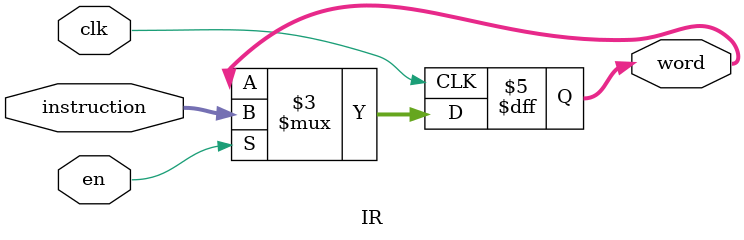
<source format=v>
module IR(en,word,instruction,clk);
	input en;
	output reg [15:0] word;
	input [15:0] instruction;
	input clk;

	always@(posedge clk) begin
		if(en) word=instruction;
	end
endmodule 
</source>
